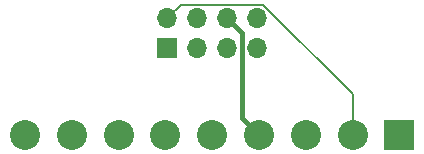
<source format=gbr>
%TF.GenerationSoftware,KiCad,Pcbnew,8.0.7*%
%TF.CreationDate,2024-12-28T15:26:56+01:00*%
%TF.ProjectId,MiSTery_DS2_Breakout,4d695354-6572-4795-9f44-53325f427265,rev?*%
%TF.SameCoordinates,Original*%
%TF.FileFunction,Copper,L2,Bot*%
%TF.FilePolarity,Positive*%
%FSLAX46Y46*%
G04 Gerber Fmt 4.6, Leading zero omitted, Abs format (unit mm)*
G04 Created by KiCad (PCBNEW 8.0.7) date 2024-12-28 15:26:56*
%MOMM*%
%LPD*%
G01*
G04 APERTURE LIST*
%TA.AperFunction,ComponentPad*%
%ADD10R,1.700000X1.700000*%
%TD*%
%TA.AperFunction,ComponentPad*%
%ADD11O,1.700000X1.700000*%
%TD*%
%TA.AperFunction,ComponentPad*%
%ADD12R,2.540000X2.540000*%
%TD*%
%TA.AperFunction,ComponentPad*%
%ADD13C,2.540000*%
%TD*%
%TA.AperFunction,Conductor*%
%ADD14C,0.400000*%
%TD*%
%TA.AperFunction,Conductor*%
%ADD15C,0.200000*%
%TD*%
G04 APERTURE END LIST*
D10*
%TO.P,J2,1,Pin_1*%
%TO.N,CLK*%
X171450000Y-100838000D03*
D11*
%TO.P,J2,2,Pin_2*%
%TO.N,CMD*%
X171450000Y-98298000D03*
%TO.P,J2,3,Pin_3*%
%TO.N,DAT*%
X173990000Y-100838000D03*
%TO.P,J2,4,Pin_4*%
%TO.N,ATN*%
X173990000Y-98298000D03*
%TO.P,J2,5,Pin_5*%
%TO.N,unconnected-(J2-Pin_5-Pad5)*%
X176530000Y-100838000D03*
%TO.P,J2,6,Pin_6*%
%TO.N,GND*%
X176530000Y-98298000D03*
%TO.P,J2,7,Pin_7*%
%TO.N,+3.3V*%
X179070000Y-100838000D03*
%TO.P,J2,8,Pin_8*%
%TO.N,unconnected-(J2-Pin_8-Pad8)*%
X179070000Y-98298000D03*
%TD*%
D12*
%TO.P,J1,1,Pin_1*%
%TO.N,DAT*%
X191100000Y-108204000D03*
D13*
%TO.P,J1,2,Pin_2*%
%TO.N,CMD*%
X187140000Y-108204000D03*
%TO.P,J1,3,Pin_3*%
%TO.N,+7.5V*%
X183180000Y-108204000D03*
%TO.P,J1,4,Pin_4*%
%TO.N,GND*%
X179220000Y-108204000D03*
%TO.P,J1,5,Pin_5*%
%TO.N,+3.3V*%
X175260000Y-108204000D03*
%TO.P,J1,6,Pin_6*%
%TO.N,ATN*%
X171300000Y-108204000D03*
%TO.P,J1,7,Pin_7*%
%TO.N,CLK*%
X167340000Y-108204000D03*
%TO.P,J1,8,Pin_8*%
%TO.N,IRQ*%
X163380000Y-108204000D03*
%TO.P,J1,9,Pin_9*%
%TO.N,ACK*%
X159420000Y-108204000D03*
%TD*%
D14*
%TO.N,GND*%
X177780000Y-99548000D02*
X176530000Y-98298000D01*
X177780000Y-106764000D02*
X177780000Y-99548000D01*
X179220000Y-108204000D02*
X177780000Y-106764000D01*
D15*
%TO.N,CMD*%
X172600000Y-97148000D02*
X171450000Y-98298000D01*
X187140000Y-104741654D02*
X179546346Y-97148000D01*
X187140000Y-108204000D02*
X187140000Y-104741654D01*
X179546346Y-97148000D02*
X172600000Y-97148000D01*
%TD*%
M02*

</source>
